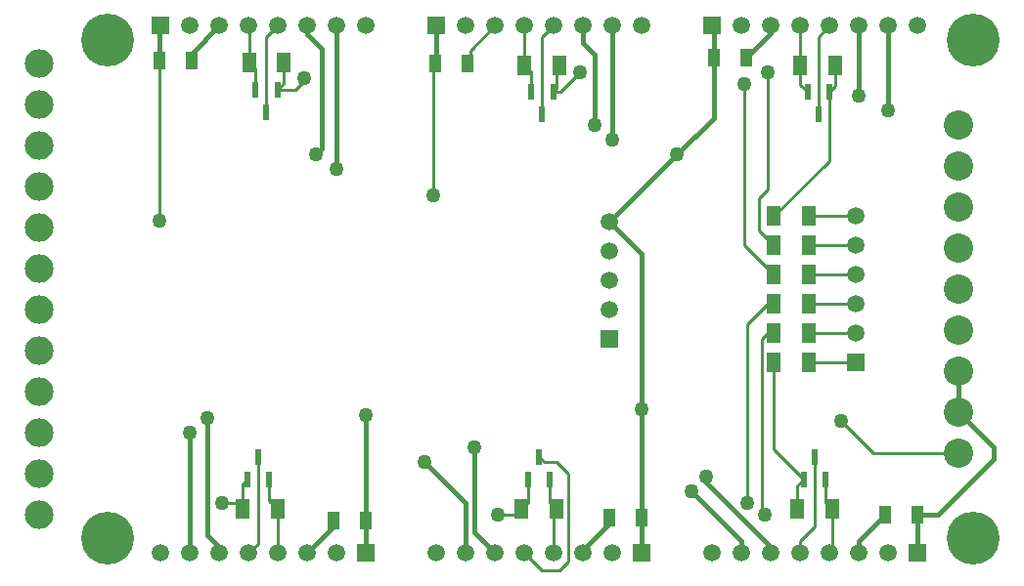
<source format=gtl>
G04 Layer_Physical_Order=1*
G04 Layer_Color=255*
%FSLAX23Y23*%
%MOIN*%
G70*
G01*
G75*
%ADD10R,0.022X0.056*%
%ADD11R,0.046X0.069*%
%ADD12R,0.044X0.063*%
%ADD13C,0.010*%
%ADD14C,0.015*%
%ADD15C,0.059*%
%ADD16R,0.059X0.059*%
%ADD17R,0.059X0.059*%
%ADD18C,0.098*%
%ADD19C,0.180*%
%ADD20C,0.100*%
%ADD21C,0.050*%
D10*
X2840Y5905D02*
D03*
X2803Y5981D02*
D03*
X2878D02*
D03*
X3780Y5897D02*
D03*
X3743Y5973D02*
D03*
X3818D02*
D03*
X4722Y5899D02*
D03*
X4685Y5975D02*
D03*
X4760D02*
D03*
X2812Y4726D02*
D03*
X2850Y4650D02*
D03*
X2775D02*
D03*
X4710Y4728D02*
D03*
X4747Y4652D02*
D03*
X4673D02*
D03*
X3770Y4728D02*
D03*
X3807Y4652D02*
D03*
X3733D02*
D03*
D11*
X3839Y6065D02*
D03*
X3721D02*
D03*
X4689Y5350D02*
D03*
X4571D02*
D03*
X4689Y5450D02*
D03*
X4571D02*
D03*
X4779Y6065D02*
D03*
X4661D02*
D03*
X4689Y5550D02*
D03*
X4571D02*
D03*
X4689Y5050D02*
D03*
X4571D02*
D03*
X4651Y4550D02*
D03*
X4769D02*
D03*
X4689Y5150D02*
D03*
X4571D02*
D03*
X3711Y4550D02*
D03*
X3829D02*
D03*
X4689Y5250D02*
D03*
X4571D02*
D03*
X2761Y4550D02*
D03*
X2879D02*
D03*
X2900Y6075D02*
D03*
X2782D02*
D03*
D12*
X3180Y4510D02*
D03*
X3070D02*
D03*
X4950Y4530D02*
D03*
X5060D02*
D03*
X2475Y6080D02*
D03*
X2585D02*
D03*
X4475Y6090D02*
D03*
X4365D02*
D03*
X3525Y6070D02*
D03*
X3415D02*
D03*
X4010Y4520D02*
D03*
X4120D02*
D03*
D13*
X3535Y6070D02*
Y6115D01*
X4779Y5994D02*
Y6065D01*
X4760Y5975D02*
X4779Y5994D01*
X4661Y5999D02*
Y6065D01*
Y5999D02*
X4685Y5975D01*
X3830Y6056D02*
X3839Y6065D01*
X3830Y5985D02*
Y6056D01*
X3818Y5973D02*
X3830Y5985D01*
X3818Y5973D02*
X3843D01*
X3910Y6040D01*
X3410Y5620D02*
Y6065D01*
X3415Y6070D01*
X2475Y5535D02*
Y6080D01*
X4747Y4571D02*
X4769Y4550D01*
X4747Y4571D02*
Y4652D01*
X4760Y4400D02*
X4769Y4409D01*
Y4550D01*
X3690Y4530D02*
X3733Y4573D01*
X4530Y4540D02*
X4540Y4530D01*
X4530Y4540D02*
Y5130D01*
X3721Y6065D02*
X3743Y6043D01*
Y5973D02*
Y6043D01*
X4530Y5130D02*
X4550Y5150D01*
X2970Y6012D02*
Y6020D01*
X2939Y5981D02*
X2970Y6012D01*
X4800Y4850D02*
X4910Y4740D01*
X5200D01*
X4550Y5640D02*
Y6040D01*
X4520Y5610D02*
X4550Y5640D01*
X4520Y5501D02*
Y5610D01*
X3780Y6160D02*
X3820Y6200D01*
X3780Y5897D02*
Y6160D01*
X3720Y4400D02*
X3780Y4340D01*
X3840D01*
X3870Y4370D01*
Y4670D01*
X3830Y4710D02*
X3870Y4670D01*
X3788Y4710D02*
X3830D01*
X3770Y4728D02*
X3788Y4710D01*
X2690Y4570D02*
X2761D01*
Y4636D01*
Y4550D02*
Y4570D01*
X4480D02*
Y5180D01*
X3630Y4530D02*
X3690D01*
X3733Y4571D02*
Y4573D01*
Y4652D01*
X4470Y5451D02*
X4571Y5350D01*
X4470Y5451D02*
Y6000D01*
X2878Y5981D02*
X2939D01*
X4520Y5501D02*
X4571Y5450D01*
X3820Y4541D02*
X3829Y4550D01*
X3820Y4400D02*
Y4541D01*
X3711Y4550D02*
X3733Y4571D01*
X3807D02*
X3829Y4550D01*
X3807Y4571D02*
Y4652D01*
X4480Y5180D02*
X4550Y5250D01*
X4571D01*
X4550Y5150D02*
X4571D01*
X4710Y4490D02*
Y4728D01*
X4660Y4440D02*
X4710Y4490D01*
X4660Y4400D02*
Y4440D01*
X4651Y4630D02*
X4673Y4652D01*
X4651Y4550D02*
Y4630D01*
X4571Y4753D02*
X4673Y4652D01*
X4571Y4753D02*
Y5050D01*
X2879Y4550D02*
X2880Y4549D01*
Y4400D02*
Y4549D01*
X2780Y4400D02*
X2812Y4432D01*
Y4726D01*
X2850Y4579D02*
X2879Y4550D01*
X2850Y4579D02*
Y4650D01*
X2761Y4636D02*
X2775Y4650D01*
X2840Y6160D02*
X2880Y6200D01*
X2840Y5905D02*
Y6160D01*
X2782Y6075D02*
X2803Y6055D01*
Y5981D02*
Y6055D01*
X2878Y5981D02*
X2900Y6003D01*
Y6075D01*
X2780Y6200D02*
X2782Y6198D01*
Y6075D02*
Y6198D01*
X3720Y6200D02*
X3721Y6199D01*
Y6065D02*
Y6199D01*
X4571Y5550D02*
X4760Y5739D01*
Y5975D01*
X4722Y6162D02*
X4760Y6200D01*
X4722Y5899D02*
Y6162D01*
X4660Y6200D02*
X4661Y6199D01*
Y6065D02*
Y6199D01*
X4689Y5050D02*
X4850D01*
X4689Y5150D02*
X4850D01*
X4689Y5250D02*
X4850D01*
X4689Y5350D02*
X4850D01*
X4689Y5450D02*
X4850D01*
X4689Y5550D02*
X4850D01*
X3535Y6115D02*
X3620Y6200D01*
D14*
X3080Y6190D02*
X3085Y6195D01*
X3180Y4510D02*
Y4870D01*
X4120Y4890D02*
Y5420D01*
Y4520D02*
Y4890D01*
X4240Y5760D02*
X4365Y5885D01*
X4010Y5530D02*
X4240Y5760D01*
X3080Y5710D02*
Y6190D01*
X3420Y6075D02*
Y6200D01*
X3415Y6070D02*
X3420Y6075D01*
X4340Y4640D02*
Y4660D01*
Y4640D02*
X4560Y4420D01*
X4290Y4610D02*
X4460Y4440D01*
X2640Y4460D02*
Y4860D01*
X2580Y4400D02*
Y4810D01*
X3550Y4470D02*
Y4760D01*
X4560Y4400D02*
Y4420D01*
X2640Y4460D02*
X2680Y4420D01*
X2980Y6170D02*
X3030Y6120D01*
Y5780D02*
Y6120D01*
X3010Y5760D02*
X3030Y5780D01*
X4020Y5810D02*
Y6200D01*
X4960Y5910D02*
Y6200D01*
X3080D02*
X3085Y6195D01*
X4460Y4400D02*
Y4440D01*
X5200Y4880D02*
Y5020D01*
Y4880D02*
X5320Y4760D01*
Y4720D02*
Y4760D01*
X5130Y4530D02*
X5320Y4720D01*
X5060Y4530D02*
X5130D01*
X4010Y5530D02*
X4120Y5420D01*
X4365Y5885D02*
Y6090D01*
X2585Y6105D02*
X2680Y6200D01*
X2585Y6080D02*
Y6105D01*
X2475Y6195D02*
X2480Y6200D01*
X2475Y6080D02*
Y6195D01*
X3070Y4490D02*
Y4510D01*
X2980Y4400D02*
X3070Y4490D01*
X3180Y4400D02*
Y4510D01*
X4860Y4440D02*
X4950Y4530D01*
X4860Y4400D02*
Y4440D01*
X5060Y4400D02*
Y4530D01*
X4360Y6200D02*
X4365Y6195D01*
Y6090D02*
Y6195D01*
X4560Y6175D02*
Y6200D01*
X4475Y6090D02*
X4560Y6175D01*
X2680Y4400D02*
Y4420D01*
X3370Y4710D02*
X3380D01*
X3520Y4570D01*
X3550Y4470D02*
X3620Y4400D01*
X3520D02*
Y4570D01*
X3920Y6140D02*
X3960Y6100D01*
Y5860D02*
Y6100D01*
X4860Y5960D02*
Y6200D01*
X3920Y6140D02*
Y6200D01*
X2980Y6170D02*
Y6200D01*
X4120Y4400D02*
Y4520D01*
X3920Y4400D02*
Y4410D01*
X4010Y4500D01*
Y4520D01*
D15*
Y5530D02*
D03*
Y5430D02*
D03*
Y5330D02*
D03*
Y5230D02*
D03*
X5060Y6200D02*
D03*
X4960D02*
D03*
X4860D02*
D03*
X4760D02*
D03*
X4660D02*
D03*
X4560D02*
D03*
X4460D02*
D03*
X4120D02*
D03*
X4020D02*
D03*
X3920D02*
D03*
X3820D02*
D03*
X3720D02*
D03*
X3620D02*
D03*
X3520D02*
D03*
X3180D02*
D03*
X3080D02*
D03*
X2980D02*
D03*
X2880D02*
D03*
X2780D02*
D03*
X2680D02*
D03*
X2580D02*
D03*
X2480Y4400D02*
D03*
X2580D02*
D03*
X2680D02*
D03*
X2780D02*
D03*
X2880D02*
D03*
X2980D02*
D03*
X3080D02*
D03*
X4360D02*
D03*
X4460D02*
D03*
X4560D02*
D03*
X4660D02*
D03*
X4760D02*
D03*
X4860D02*
D03*
X4960D02*
D03*
X4850Y5150D02*
D03*
Y5250D02*
D03*
Y5350D02*
D03*
Y5450D02*
D03*
Y5550D02*
D03*
X3420Y4400D02*
D03*
X3520D02*
D03*
X3620D02*
D03*
X3720D02*
D03*
X3820D02*
D03*
X3920D02*
D03*
X4020D02*
D03*
D16*
X4010Y5130D02*
D03*
X4850Y5050D02*
D03*
D17*
X4360Y6200D02*
D03*
X3420D02*
D03*
X2480D02*
D03*
X3180Y4400D02*
D03*
X5060D02*
D03*
X4120D02*
D03*
D18*
X2065Y5230D02*
D03*
Y5090D02*
D03*
Y4950D02*
D03*
Y4810D02*
D03*
Y4670D02*
D03*
Y4530D02*
D03*
Y5370D02*
D03*
Y5510D02*
D03*
Y5650D02*
D03*
Y5790D02*
D03*
Y5930D02*
D03*
Y6070D02*
D03*
D19*
X5250Y6150D02*
D03*
Y4450D02*
D03*
X2300D02*
D03*
Y6150D02*
D03*
D20*
X5200Y4740D02*
D03*
Y4880D02*
D03*
Y5020D02*
D03*
Y5160D02*
D03*
Y5300D02*
D03*
Y5440D02*
D03*
Y5860D02*
D03*
Y5720D02*
D03*
Y5580D02*
D03*
D21*
X3410Y5620D02*
D03*
X2475Y5535D02*
D03*
X3180Y4870D02*
D03*
X4120Y4890D02*
D03*
X4240Y5760D02*
D03*
X4290Y4610D02*
D03*
X2640Y4860D02*
D03*
X2580Y4810D02*
D03*
X3550Y4760D02*
D03*
X3010Y5760D02*
D03*
X3080Y5710D02*
D03*
X3960Y5860D02*
D03*
X4020Y5810D02*
D03*
X3910Y6040D02*
D03*
X2970Y6020D02*
D03*
X4960Y5910D02*
D03*
X4800Y4850D02*
D03*
X4550Y6040D02*
D03*
X2690Y4570D02*
D03*
X3380Y4710D02*
D03*
X4340Y4660D02*
D03*
X4480Y4570D02*
D03*
X3630Y4530D02*
D03*
X4540D02*
D03*
X4860Y5960D02*
D03*
X4470Y6000D02*
D03*
M02*

</source>
